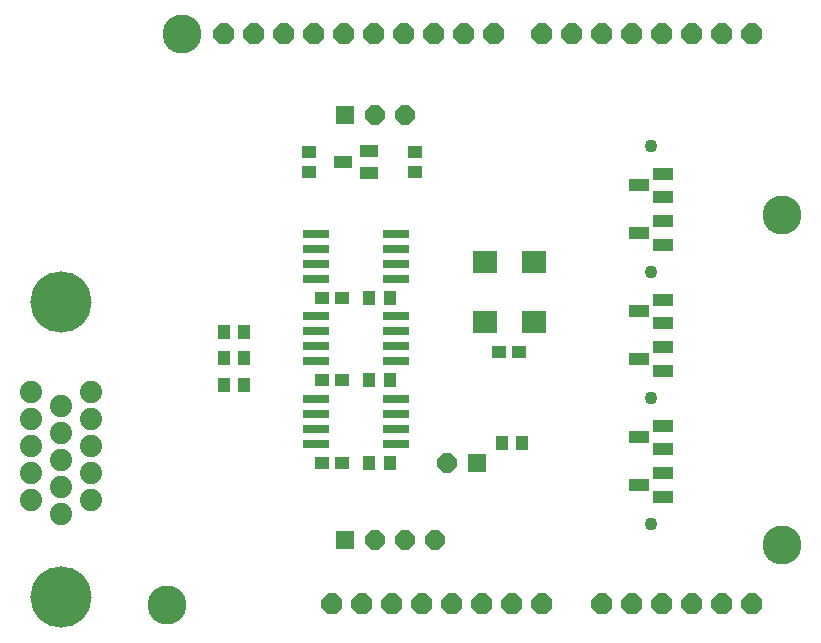
<source format=gts>
G75*
%MOIN*%
%OFA0B0*%
%FSLAX24Y24*%
%IPPOS*%
%LPD*%
%AMOC8*
5,1,8,0,0,1.08239X$1,22.5*
%
%ADD10R,0.0910X0.0280*%
%ADD11R,0.0434X0.0473*%
%ADD12R,0.0473X0.0434*%
%ADD13R,0.0640X0.0640*%
%ADD14OC8,0.0640*%
%ADD15R,0.0827X0.0749*%
%ADD16OC8,0.0700*%
%ADD17C,0.1300*%
%ADD18C,0.0743*%
%ADD19C,0.2040*%
%ADD20R,0.0591X0.0434*%
%ADD21R,0.0709X0.0394*%
%ADD22C,0.0434*%
D10*
X015616Y006837D03*
X015616Y007337D03*
X015616Y007837D03*
X015616Y008337D03*
X015616Y009593D03*
X015616Y010093D03*
X015616Y010593D03*
X015616Y011093D03*
X015616Y012348D03*
X015616Y012848D03*
X015616Y013348D03*
X015616Y013848D03*
X018266Y013848D03*
X018266Y013348D03*
X018266Y012848D03*
X018266Y012348D03*
X018266Y011093D03*
X018266Y010593D03*
X018266Y010093D03*
X018266Y009593D03*
X018266Y008337D03*
X018266Y007837D03*
X018266Y007337D03*
X018266Y006837D03*
D11*
X018059Y006209D03*
X017389Y006209D03*
X017389Y008965D03*
X018059Y008965D03*
X021801Y006890D03*
X022470Y006890D03*
X018059Y011720D03*
X017389Y011720D03*
X013196Y010579D03*
X012527Y010579D03*
X012527Y009697D03*
X013196Y009697D03*
X013196Y008815D03*
X012527Y008815D03*
D12*
X015814Y008965D03*
X016484Y008965D03*
X016484Y011720D03*
X015814Y011720D03*
X015362Y015913D03*
X015362Y016583D03*
X018905Y016583D03*
X018905Y015913D03*
X021720Y009902D03*
X022389Y009902D03*
X016484Y006209D03*
X015814Y006209D03*
D13*
X016578Y003650D03*
X020980Y006209D03*
X016566Y017823D03*
D14*
X017566Y017823D03*
X018566Y017823D03*
X019980Y006209D03*
X019578Y003650D03*
X018578Y003650D03*
X017578Y003650D03*
D15*
X021228Y010917D03*
X022881Y010917D03*
X022881Y012917D03*
X021228Y012917D03*
D16*
X021525Y020500D03*
X020525Y020500D03*
X019525Y020500D03*
X018525Y020500D03*
X017525Y020500D03*
X016525Y020500D03*
X015525Y020500D03*
X014525Y020500D03*
X013525Y020500D03*
X012525Y020500D03*
X023125Y020500D03*
X024125Y020500D03*
X025125Y020500D03*
X026125Y020500D03*
X027125Y020500D03*
X028125Y020500D03*
X029125Y020500D03*
X030125Y020500D03*
X030125Y001500D03*
X029125Y001500D03*
X028125Y001500D03*
X027125Y001500D03*
X026125Y001500D03*
X025125Y001500D03*
X023125Y001500D03*
X022125Y001500D03*
X021125Y001500D03*
X020125Y001500D03*
X019125Y001500D03*
X018125Y001500D03*
X017125Y001500D03*
X016125Y001500D03*
D17*
X010637Y001484D03*
X031149Y003492D03*
X031149Y014476D03*
X011149Y020500D03*
D18*
X008096Y008567D03*
X008096Y007666D03*
X008096Y006764D03*
X008096Y005863D03*
X007096Y005414D03*
X006096Y005863D03*
X007096Y006315D03*
X006096Y006764D03*
X007096Y007217D03*
X006096Y007666D03*
X007096Y008118D03*
X006096Y008567D03*
X006096Y004961D03*
X007096Y004512D03*
X008096Y004961D03*
D19*
X007096Y001740D03*
X007096Y011583D03*
D20*
X016503Y016248D03*
X017370Y015874D03*
X017370Y016622D03*
D21*
X026385Y015461D03*
X027173Y015854D03*
X027173Y015067D03*
X027173Y014280D03*
X027173Y013492D03*
X026385Y013886D03*
X027173Y011654D03*
X027173Y010866D03*
X026385Y011260D03*
X027173Y010079D03*
X026385Y009685D03*
X027173Y009291D03*
X027173Y007453D03*
X026385Y007059D03*
X027173Y006665D03*
X027173Y005878D03*
X026385Y005484D03*
X027173Y005091D03*
D22*
X026779Y004172D03*
X026779Y008372D03*
X026779Y008372D03*
X026779Y012572D03*
X026779Y012573D03*
X026779Y016773D03*
M02*

</source>
